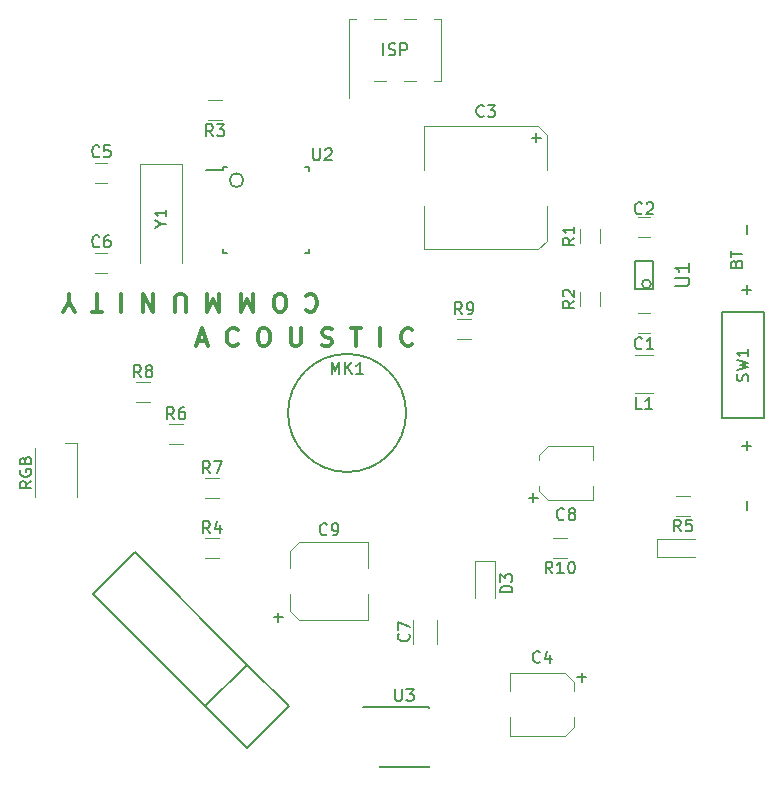
<source format=gbr>
G04 #@! TF.FileFunction,Legend,Top*
%FSLAX46Y46*%
G04 Gerber Fmt 4.6, Leading zero omitted, Abs format (unit mm)*
G04 Created by KiCad (PCBNEW 4.0.7) date 07/15/18 17:53:39*
%MOMM*%
%LPD*%
G01*
G04 APERTURE LIST*
%ADD10C,0.100000*%
%ADD11C,0.300000*%
%ADD12C,0.150000*%
%ADD13C,0.200000*%
%ADD14C,0.120000*%
G04 APERTURE END LIST*
D10*
D11*
X132914572Y-96008000D02*
X133628858Y-96008000D01*
X132771715Y-96436571D02*
X133271715Y-94936571D01*
X133771715Y-96436571D01*
X136271715Y-96293714D02*
X136200286Y-96365143D01*
X135986000Y-96436571D01*
X135843143Y-96436571D01*
X135628858Y-96365143D01*
X135486000Y-96222286D01*
X135414572Y-96079429D01*
X135343143Y-95793714D01*
X135343143Y-95579429D01*
X135414572Y-95293714D01*
X135486000Y-95150857D01*
X135628858Y-95008000D01*
X135843143Y-94936571D01*
X135986000Y-94936571D01*
X136200286Y-95008000D01*
X136271715Y-95079429D01*
X138343143Y-94936571D02*
X138628857Y-94936571D01*
X138771715Y-95008000D01*
X138914572Y-95150857D01*
X138986000Y-95436571D01*
X138986000Y-95936571D01*
X138914572Y-96222286D01*
X138771715Y-96365143D01*
X138628857Y-96436571D01*
X138343143Y-96436571D01*
X138200286Y-96365143D01*
X138057429Y-96222286D01*
X137986000Y-95936571D01*
X137986000Y-95436571D01*
X138057429Y-95150857D01*
X138200286Y-95008000D01*
X138343143Y-94936571D01*
X140771715Y-94936571D02*
X140771715Y-96150857D01*
X140843143Y-96293714D01*
X140914572Y-96365143D01*
X141057429Y-96436571D01*
X141343143Y-96436571D01*
X141486001Y-96365143D01*
X141557429Y-96293714D01*
X141628858Y-96150857D01*
X141628858Y-94936571D01*
X143414572Y-96365143D02*
X143628858Y-96436571D01*
X143986001Y-96436571D01*
X144128858Y-96365143D01*
X144200287Y-96293714D01*
X144271715Y-96150857D01*
X144271715Y-96008000D01*
X144200287Y-95865143D01*
X144128858Y-95793714D01*
X143986001Y-95722286D01*
X143700287Y-95650857D01*
X143557429Y-95579429D01*
X143486001Y-95508000D01*
X143414572Y-95365143D01*
X143414572Y-95222286D01*
X143486001Y-95079429D01*
X143557429Y-95008000D01*
X143700287Y-94936571D01*
X144057429Y-94936571D01*
X144271715Y-95008000D01*
X145843143Y-94936571D02*
X146700286Y-94936571D01*
X146271715Y-96436571D02*
X146271715Y-94936571D01*
X148343143Y-96436571D02*
X148343143Y-94936571D01*
X151057429Y-96293714D02*
X150986000Y-96365143D01*
X150771714Y-96436571D01*
X150628857Y-96436571D01*
X150414572Y-96365143D01*
X150271714Y-96222286D01*
X150200286Y-96079429D01*
X150128857Y-95793714D01*
X150128857Y-95579429D01*
X150200286Y-95293714D01*
X150271714Y-95150857D01*
X150414572Y-95008000D01*
X150628857Y-94936571D01*
X150771714Y-94936571D01*
X150986000Y-95008000D01*
X151057429Y-95079429D01*
X142084000Y-92174286D02*
X142155429Y-92102857D01*
X142369715Y-92031429D01*
X142512572Y-92031429D01*
X142726857Y-92102857D01*
X142869715Y-92245714D01*
X142941143Y-92388571D01*
X143012572Y-92674286D01*
X143012572Y-92888571D01*
X142941143Y-93174286D01*
X142869715Y-93317143D01*
X142726857Y-93460000D01*
X142512572Y-93531429D01*
X142369715Y-93531429D01*
X142155429Y-93460000D01*
X142084000Y-93388571D01*
X140012572Y-93531429D02*
X139726858Y-93531429D01*
X139584000Y-93460000D01*
X139441143Y-93317143D01*
X139369715Y-93031429D01*
X139369715Y-92531429D01*
X139441143Y-92245714D01*
X139584000Y-92102857D01*
X139726858Y-92031429D01*
X140012572Y-92031429D01*
X140155429Y-92102857D01*
X140298286Y-92245714D01*
X140369715Y-92531429D01*
X140369715Y-93031429D01*
X140298286Y-93317143D01*
X140155429Y-93460000D01*
X140012572Y-93531429D01*
X137584000Y-92031429D02*
X137584000Y-93531429D01*
X137084000Y-92460000D01*
X136584000Y-93531429D01*
X136584000Y-92031429D01*
X134726857Y-92031429D02*
X134726857Y-93531429D01*
X134226857Y-92460000D01*
X133726857Y-93531429D01*
X133726857Y-92031429D01*
X131869714Y-93531429D02*
X131869714Y-92317143D01*
X131798286Y-92174286D01*
X131726857Y-92102857D01*
X131584000Y-92031429D01*
X131298286Y-92031429D01*
X131155428Y-92102857D01*
X131084000Y-92174286D01*
X131012571Y-92317143D01*
X131012571Y-93531429D01*
X129155428Y-92031429D02*
X129155428Y-93531429D01*
X128298285Y-92031429D01*
X128298285Y-93531429D01*
X126441142Y-92031429D02*
X126441142Y-93531429D01*
X124798285Y-93531429D02*
X123941142Y-93531429D01*
X124369713Y-92031429D02*
X124369713Y-93531429D01*
X122012571Y-92745714D02*
X122012571Y-92031429D01*
X122512571Y-93531429D02*
X122012571Y-92745714D01*
X121512571Y-93531429D01*
D12*
X140630407Y-126948834D02*
X137094873Y-123413300D01*
X137094873Y-130484368D02*
X140630407Y-126948834D01*
X133559339Y-126948834D02*
X137094873Y-130484368D01*
X137094873Y-123413300D02*
X127548932Y-113867359D01*
X133559339Y-126948834D02*
X137094873Y-123413300D01*
X124013398Y-117402893D02*
X133559339Y-126948834D01*
X127548932Y-113867359D02*
X124013398Y-117402893D01*
X136767631Y-82406000D02*
G75*
G03X136767631Y-82406000I-583631J0D01*
G01*
D13*
X135059000Y-81281000D02*
X135059000Y-81506000D01*
D12*
X142309000Y-81281000D02*
X142309000Y-81606000D01*
X142309000Y-88531000D02*
X142309000Y-88206000D01*
X135059000Y-88531000D02*
X135059000Y-88206000D01*
D13*
X135059000Y-81281000D02*
X135384000Y-81281000D01*
D12*
X135059000Y-88531000D02*
X135384000Y-88531000D01*
X142309000Y-88531000D02*
X141984000Y-88531000D01*
X142309000Y-81281000D02*
X141984000Y-81281000D01*
D13*
X135059000Y-81506000D02*
X133634000Y-81506000D01*
D14*
X171168000Y-93638000D02*
X170168000Y-93638000D01*
X170168000Y-95338000D02*
X171168000Y-95338000D01*
X171188000Y-85510000D02*
X170188000Y-85510000D01*
X170188000Y-87210000D02*
X171188000Y-87210000D01*
X159382000Y-129436000D02*
X159382000Y-127886000D01*
X159382000Y-124106000D02*
X159382000Y-125656000D01*
X164722000Y-124866000D02*
X164722000Y-125656000D01*
X164722000Y-128676000D02*
X164722000Y-127886000D01*
X159382000Y-129436000D02*
X163962000Y-129436000D01*
X163962000Y-129436000D02*
X164722000Y-128676000D01*
X164722000Y-124866000D02*
X163962000Y-124106000D01*
X163962000Y-124106000D02*
X159382000Y-124106000D01*
X124234000Y-82638000D02*
X125234000Y-82638000D01*
X125234000Y-80938000D02*
X124234000Y-80938000D01*
X124234000Y-90258000D02*
X125234000Y-90258000D01*
X125234000Y-88558000D02*
X124234000Y-88558000D01*
X151126000Y-119650000D02*
X151126000Y-121650000D01*
X153166000Y-121650000D02*
X153166000Y-119650000D01*
X161794000Y-105668000D02*
X161794000Y-106068000D01*
X166374000Y-104898000D02*
X166374000Y-106068000D01*
X166374000Y-109478000D02*
X166374000Y-108308000D01*
X161794000Y-108708000D02*
X161794000Y-108308000D01*
X162564000Y-109478000D02*
X166374000Y-109478000D01*
X162564000Y-109478000D02*
X161794000Y-108708000D01*
X162564000Y-104898000D02*
X166374000Y-104898000D01*
X162564000Y-104898000D02*
X161794000Y-105668000D01*
X147318000Y-119632000D02*
X147318000Y-117452000D01*
X147318000Y-113032000D02*
X147318000Y-115212000D01*
X140718000Y-118872000D02*
X140718000Y-117452000D01*
X140718000Y-113792000D02*
X140718000Y-115212000D01*
X147318000Y-119632000D02*
X141478000Y-119632000D01*
X141478000Y-119632000D02*
X140718000Y-118872000D01*
X140718000Y-113792000D02*
X141478000Y-113032000D01*
X141478000Y-113032000D02*
X147318000Y-113032000D01*
X174990000Y-114288000D02*
X171790000Y-114288000D01*
X171790000Y-112788000D02*
X174990000Y-112788000D01*
X171790000Y-112788000D02*
X171790000Y-114288000D01*
X171488000Y-97206000D02*
X169888000Y-97206000D01*
X171488000Y-100406000D02*
X169888000Y-100406000D01*
X165236000Y-87722000D02*
X165236000Y-86522000D01*
X166996000Y-86522000D02*
X166996000Y-87722000D01*
X165236000Y-93056000D02*
X165236000Y-91856000D01*
X166996000Y-91856000D02*
X166996000Y-93056000D01*
X134966000Y-77334000D02*
X133766000Y-77334000D01*
X133766000Y-75574000D02*
X134966000Y-75574000D01*
X134712000Y-114418000D02*
X133512000Y-114418000D01*
X133512000Y-112658000D02*
X134712000Y-112658000D01*
X173390000Y-109102000D02*
X174590000Y-109102000D01*
X174590000Y-110862000D02*
X173390000Y-110862000D01*
X131664000Y-104766000D02*
X130464000Y-104766000D01*
X130464000Y-103006000D02*
X131664000Y-103006000D01*
X134712000Y-109338000D02*
X133512000Y-109338000D01*
X133512000Y-107578000D02*
X134712000Y-107578000D01*
X128870000Y-101210000D02*
X127670000Y-101210000D01*
X127670000Y-99450000D02*
X128870000Y-99450000D01*
X156048000Y-95876000D02*
X154848000Y-95876000D01*
X154848000Y-94116000D02*
X156048000Y-94116000D01*
X162976000Y-112658000D02*
X164176000Y-112658000D01*
X164176000Y-114418000D02*
X162976000Y-114418000D01*
D12*
X177270000Y-93544000D02*
X180870000Y-93544000D01*
X180870000Y-102544000D02*
X177270000Y-102544000D01*
X177270000Y-102544000D02*
X177270000Y-93544000D01*
X180870000Y-102544000D02*
X180870000Y-93544000D01*
D14*
X162500000Y-87508000D02*
X162500000Y-84618000D01*
X162500000Y-78608000D02*
X162500000Y-81498000D01*
X152080000Y-77848000D02*
X152080000Y-81498000D01*
X152080000Y-88268000D02*
X152080000Y-84618000D01*
X152080000Y-77848000D02*
X161740000Y-77848000D01*
X161740000Y-77848000D02*
X162500000Y-78608000D01*
X162500000Y-87508000D02*
X161740000Y-88268000D01*
X161740000Y-88268000D02*
X152080000Y-88268000D01*
D12*
X169938000Y-91624000D02*
X171438000Y-91624000D01*
X169938000Y-89224000D02*
X171438000Y-89224000D01*
X171263832Y-91199832D02*
G75*
G03X171263832Y-91199832I-375832J0D01*
G01*
X169938000Y-91624000D02*
X169938000Y-89249000D01*
X171438000Y-89224000D02*
X171438000Y-91624000D01*
D14*
X131594000Y-89373000D02*
X131594000Y-81048000D01*
X131594000Y-81048000D02*
X127994000Y-81048000D01*
X127994000Y-81048000D02*
X127994000Y-89373000D01*
X158076000Y-114666000D02*
X156376000Y-114666000D01*
X156376000Y-114666000D02*
X156376000Y-117816000D01*
X158076000Y-114666000D02*
X158076000Y-117816000D01*
D12*
X148293000Y-126965000D02*
X148293000Y-127015000D01*
X152443000Y-126965000D02*
X152443000Y-127110000D01*
X152443000Y-132115000D02*
X152443000Y-131970000D01*
X148293000Y-132115000D02*
X148293000Y-131970000D01*
X148293000Y-126965000D02*
X152443000Y-126965000D01*
X148293000Y-132115000D02*
X152443000Y-132115000D01*
X148293000Y-127015000D02*
X146893000Y-127015000D01*
D14*
X145736000Y-73974000D02*
X145736000Y-68774000D01*
X153476000Y-73974000D02*
X153476000Y-68774000D01*
X145736000Y-75414000D02*
X145736000Y-73974000D01*
X145736000Y-68774000D02*
X146306000Y-68774000D01*
X152906000Y-73974000D02*
X153476000Y-73974000D01*
X152906000Y-68774000D02*
X153476000Y-68774000D01*
X147826000Y-73974000D02*
X148846000Y-73974000D01*
X147826000Y-68774000D02*
X148846000Y-68774000D01*
X150366000Y-73974000D02*
X151386000Y-73974000D01*
X150366000Y-68774000D02*
X151386000Y-68774000D01*
X119104000Y-109188000D02*
X119104000Y-105038000D01*
X122704000Y-109188000D02*
X122704000Y-104638000D01*
X122704000Y-104638000D02*
X121704000Y-104638000D01*
D12*
X150542250Y-102108000D02*
G75*
G03X150542250Y-102108000I-5000250J0D01*
G01*
X142680095Y-79716381D02*
X142680095Y-80525905D01*
X142727714Y-80621143D01*
X142775333Y-80668762D01*
X142870571Y-80716381D01*
X143061048Y-80716381D01*
X143156286Y-80668762D01*
X143203905Y-80621143D01*
X143251524Y-80525905D01*
X143251524Y-79716381D01*
X143680095Y-79811619D02*
X143727714Y-79764000D01*
X143822952Y-79716381D01*
X144061048Y-79716381D01*
X144156286Y-79764000D01*
X144203905Y-79811619D01*
X144251524Y-79906857D01*
X144251524Y-80002095D01*
X144203905Y-80144952D01*
X143632476Y-80716381D01*
X144251524Y-80716381D01*
X170521334Y-96623143D02*
X170473715Y-96670762D01*
X170330858Y-96718381D01*
X170235620Y-96718381D01*
X170092762Y-96670762D01*
X169997524Y-96575524D01*
X169949905Y-96480286D01*
X169902286Y-96289810D01*
X169902286Y-96146952D01*
X169949905Y-95956476D01*
X169997524Y-95861238D01*
X170092762Y-95766000D01*
X170235620Y-95718381D01*
X170330858Y-95718381D01*
X170473715Y-95766000D01*
X170521334Y-95813619D01*
X171473715Y-96718381D02*
X170902286Y-96718381D01*
X171188000Y-96718381D02*
X171188000Y-95718381D01*
X171092762Y-95861238D01*
X170997524Y-95956476D01*
X170902286Y-96004095D01*
X170521334Y-85193143D02*
X170473715Y-85240762D01*
X170330858Y-85288381D01*
X170235620Y-85288381D01*
X170092762Y-85240762D01*
X169997524Y-85145524D01*
X169949905Y-85050286D01*
X169902286Y-84859810D01*
X169902286Y-84716952D01*
X169949905Y-84526476D01*
X169997524Y-84431238D01*
X170092762Y-84336000D01*
X170235620Y-84288381D01*
X170330858Y-84288381D01*
X170473715Y-84336000D01*
X170521334Y-84383619D01*
X170902286Y-84383619D02*
X170949905Y-84336000D01*
X171045143Y-84288381D01*
X171283239Y-84288381D01*
X171378477Y-84336000D01*
X171426096Y-84383619D01*
X171473715Y-84478857D01*
X171473715Y-84574095D01*
X171426096Y-84716952D01*
X170854667Y-85288381D01*
X171473715Y-85288381D01*
X161885334Y-123183143D02*
X161837715Y-123230762D01*
X161694858Y-123278381D01*
X161599620Y-123278381D01*
X161456762Y-123230762D01*
X161361524Y-123135524D01*
X161313905Y-123040286D01*
X161266286Y-122849810D01*
X161266286Y-122706952D01*
X161313905Y-122516476D01*
X161361524Y-122421238D01*
X161456762Y-122326000D01*
X161599620Y-122278381D01*
X161694858Y-122278381D01*
X161837715Y-122326000D01*
X161885334Y-122373619D01*
X162742477Y-122611714D02*
X162742477Y-123278381D01*
X162504381Y-122230762D02*
X162266286Y-122945048D01*
X162885334Y-122945048D01*
X165051048Y-124477429D02*
X165812953Y-124477429D01*
X165432001Y-124858381D02*
X165432001Y-124096476D01*
X124567334Y-80367143D02*
X124519715Y-80414762D01*
X124376858Y-80462381D01*
X124281620Y-80462381D01*
X124138762Y-80414762D01*
X124043524Y-80319524D01*
X123995905Y-80224286D01*
X123948286Y-80033810D01*
X123948286Y-79890952D01*
X123995905Y-79700476D01*
X124043524Y-79605238D01*
X124138762Y-79510000D01*
X124281620Y-79462381D01*
X124376858Y-79462381D01*
X124519715Y-79510000D01*
X124567334Y-79557619D01*
X125472096Y-79462381D02*
X124995905Y-79462381D01*
X124948286Y-79938571D01*
X124995905Y-79890952D01*
X125091143Y-79843333D01*
X125329239Y-79843333D01*
X125424477Y-79890952D01*
X125472096Y-79938571D01*
X125519715Y-80033810D01*
X125519715Y-80271905D01*
X125472096Y-80367143D01*
X125424477Y-80414762D01*
X125329239Y-80462381D01*
X125091143Y-80462381D01*
X124995905Y-80414762D01*
X124948286Y-80367143D01*
X124567334Y-87987143D02*
X124519715Y-88034762D01*
X124376858Y-88082381D01*
X124281620Y-88082381D01*
X124138762Y-88034762D01*
X124043524Y-87939524D01*
X123995905Y-87844286D01*
X123948286Y-87653810D01*
X123948286Y-87510952D01*
X123995905Y-87320476D01*
X124043524Y-87225238D01*
X124138762Y-87130000D01*
X124281620Y-87082381D01*
X124376858Y-87082381D01*
X124519715Y-87130000D01*
X124567334Y-87177619D01*
X125424477Y-87082381D02*
X125234000Y-87082381D01*
X125138762Y-87130000D01*
X125091143Y-87177619D01*
X124995905Y-87320476D01*
X124948286Y-87510952D01*
X124948286Y-87891905D01*
X124995905Y-87987143D01*
X125043524Y-88034762D01*
X125138762Y-88082381D01*
X125329239Y-88082381D01*
X125424477Y-88034762D01*
X125472096Y-87987143D01*
X125519715Y-87891905D01*
X125519715Y-87653810D01*
X125472096Y-87558571D01*
X125424477Y-87510952D01*
X125329239Y-87463333D01*
X125138762Y-87463333D01*
X125043524Y-87510952D01*
X124995905Y-87558571D01*
X124948286Y-87653810D01*
X150753143Y-120816666D02*
X150800762Y-120864285D01*
X150848381Y-121007142D01*
X150848381Y-121102380D01*
X150800762Y-121245238D01*
X150705524Y-121340476D01*
X150610286Y-121388095D01*
X150419810Y-121435714D01*
X150276952Y-121435714D01*
X150086476Y-121388095D01*
X149991238Y-121340476D01*
X149896000Y-121245238D01*
X149848381Y-121102380D01*
X149848381Y-121007142D01*
X149896000Y-120864285D01*
X149943619Y-120816666D01*
X149848381Y-120483333D02*
X149848381Y-119816666D01*
X150848381Y-120245238D01*
X163917334Y-111085143D02*
X163869715Y-111132762D01*
X163726858Y-111180381D01*
X163631620Y-111180381D01*
X163488762Y-111132762D01*
X163393524Y-111037524D01*
X163345905Y-110942286D01*
X163298286Y-110751810D01*
X163298286Y-110608952D01*
X163345905Y-110418476D01*
X163393524Y-110323238D01*
X163488762Y-110228000D01*
X163631620Y-110180381D01*
X163726858Y-110180381D01*
X163869715Y-110228000D01*
X163917334Y-110275619D01*
X164488762Y-110608952D02*
X164393524Y-110561333D01*
X164345905Y-110513714D01*
X164298286Y-110418476D01*
X164298286Y-110370857D01*
X164345905Y-110275619D01*
X164393524Y-110228000D01*
X164488762Y-110180381D01*
X164679239Y-110180381D01*
X164774477Y-110228000D01*
X164822096Y-110275619D01*
X164869715Y-110370857D01*
X164869715Y-110418476D01*
X164822096Y-110513714D01*
X164774477Y-110561333D01*
X164679239Y-110608952D01*
X164488762Y-110608952D01*
X164393524Y-110656571D01*
X164345905Y-110704190D01*
X164298286Y-110799429D01*
X164298286Y-110989905D01*
X164345905Y-111085143D01*
X164393524Y-111132762D01*
X164488762Y-111180381D01*
X164679239Y-111180381D01*
X164774477Y-111132762D01*
X164822096Y-111085143D01*
X164869715Y-110989905D01*
X164869715Y-110799429D01*
X164822096Y-110704190D01*
X164774477Y-110656571D01*
X164679239Y-110608952D01*
X160933048Y-109269429D02*
X161694953Y-109269429D01*
X161314001Y-109650381D02*
X161314001Y-108888476D01*
X143851334Y-112371143D02*
X143803715Y-112418762D01*
X143660858Y-112466381D01*
X143565620Y-112466381D01*
X143422762Y-112418762D01*
X143327524Y-112323524D01*
X143279905Y-112228286D01*
X143232286Y-112037810D01*
X143232286Y-111894952D01*
X143279905Y-111704476D01*
X143327524Y-111609238D01*
X143422762Y-111514000D01*
X143565620Y-111466381D01*
X143660858Y-111466381D01*
X143803715Y-111514000D01*
X143851334Y-111561619D01*
X144327524Y-112466381D02*
X144518000Y-112466381D01*
X144613239Y-112418762D01*
X144660858Y-112371143D01*
X144756096Y-112228286D01*
X144803715Y-112037810D01*
X144803715Y-111656857D01*
X144756096Y-111561619D01*
X144708477Y-111514000D01*
X144613239Y-111466381D01*
X144422762Y-111466381D01*
X144327524Y-111514000D01*
X144279905Y-111561619D01*
X144232286Y-111656857D01*
X144232286Y-111894952D01*
X144279905Y-111990190D01*
X144327524Y-112037810D01*
X144422762Y-112085429D01*
X144613239Y-112085429D01*
X144708477Y-112037810D01*
X144756096Y-111990190D01*
X144803715Y-111894952D01*
X139357048Y-119413429D02*
X140118953Y-119413429D01*
X139738001Y-119794381D02*
X139738001Y-119032476D01*
X170521334Y-101798381D02*
X170045143Y-101798381D01*
X170045143Y-100798381D01*
X171378477Y-101798381D02*
X170807048Y-101798381D01*
X171092762Y-101798381D02*
X171092762Y-100798381D01*
X170997524Y-100941238D01*
X170902286Y-101036476D01*
X170807048Y-101084095D01*
X164790381Y-87288666D02*
X164314190Y-87622000D01*
X164790381Y-87860095D02*
X163790381Y-87860095D01*
X163790381Y-87479142D01*
X163838000Y-87383904D01*
X163885619Y-87336285D01*
X163980857Y-87288666D01*
X164123714Y-87288666D01*
X164218952Y-87336285D01*
X164266571Y-87383904D01*
X164314190Y-87479142D01*
X164314190Y-87860095D01*
X164790381Y-86336285D02*
X164790381Y-86907714D01*
X164790381Y-86622000D02*
X163790381Y-86622000D01*
X163933238Y-86717238D01*
X164028476Y-86812476D01*
X164076095Y-86907714D01*
X164790381Y-92622666D02*
X164314190Y-92956000D01*
X164790381Y-93194095D02*
X163790381Y-93194095D01*
X163790381Y-92813142D01*
X163838000Y-92717904D01*
X163885619Y-92670285D01*
X163980857Y-92622666D01*
X164123714Y-92622666D01*
X164218952Y-92670285D01*
X164266571Y-92717904D01*
X164314190Y-92813142D01*
X164314190Y-93194095D01*
X163885619Y-92241714D02*
X163838000Y-92194095D01*
X163790381Y-92098857D01*
X163790381Y-91860761D01*
X163838000Y-91765523D01*
X163885619Y-91717904D01*
X163980857Y-91670285D01*
X164076095Y-91670285D01*
X164218952Y-91717904D01*
X164790381Y-92289333D01*
X164790381Y-91670285D01*
X134199334Y-78684381D02*
X133866000Y-78208190D01*
X133627905Y-78684381D02*
X133627905Y-77684381D01*
X134008858Y-77684381D01*
X134104096Y-77732000D01*
X134151715Y-77779619D01*
X134199334Y-77874857D01*
X134199334Y-78017714D01*
X134151715Y-78112952D01*
X134104096Y-78160571D01*
X134008858Y-78208190D01*
X133627905Y-78208190D01*
X134532667Y-77684381D02*
X135151715Y-77684381D01*
X134818381Y-78065333D01*
X134961239Y-78065333D01*
X135056477Y-78112952D01*
X135104096Y-78160571D01*
X135151715Y-78255810D01*
X135151715Y-78493905D01*
X135104096Y-78589143D01*
X135056477Y-78636762D01*
X134961239Y-78684381D01*
X134675524Y-78684381D01*
X134580286Y-78636762D01*
X134532667Y-78589143D01*
X133945334Y-112290381D02*
X133612000Y-111814190D01*
X133373905Y-112290381D02*
X133373905Y-111290381D01*
X133754858Y-111290381D01*
X133850096Y-111338000D01*
X133897715Y-111385619D01*
X133945334Y-111480857D01*
X133945334Y-111623714D01*
X133897715Y-111718952D01*
X133850096Y-111766571D01*
X133754858Y-111814190D01*
X133373905Y-111814190D01*
X134802477Y-111623714D02*
X134802477Y-112290381D01*
X134564381Y-111242762D02*
X134326286Y-111957048D01*
X134945334Y-111957048D01*
X173823334Y-112134381D02*
X173490000Y-111658190D01*
X173251905Y-112134381D02*
X173251905Y-111134381D01*
X173632858Y-111134381D01*
X173728096Y-111182000D01*
X173775715Y-111229619D01*
X173823334Y-111324857D01*
X173823334Y-111467714D01*
X173775715Y-111562952D01*
X173728096Y-111610571D01*
X173632858Y-111658190D01*
X173251905Y-111658190D01*
X174728096Y-111134381D02*
X174251905Y-111134381D01*
X174204286Y-111610571D01*
X174251905Y-111562952D01*
X174347143Y-111515333D01*
X174585239Y-111515333D01*
X174680477Y-111562952D01*
X174728096Y-111610571D01*
X174775715Y-111705810D01*
X174775715Y-111943905D01*
X174728096Y-112039143D01*
X174680477Y-112086762D01*
X174585239Y-112134381D01*
X174347143Y-112134381D01*
X174251905Y-112086762D01*
X174204286Y-112039143D01*
X130897334Y-102638381D02*
X130564000Y-102162190D01*
X130325905Y-102638381D02*
X130325905Y-101638381D01*
X130706858Y-101638381D01*
X130802096Y-101686000D01*
X130849715Y-101733619D01*
X130897334Y-101828857D01*
X130897334Y-101971714D01*
X130849715Y-102066952D01*
X130802096Y-102114571D01*
X130706858Y-102162190D01*
X130325905Y-102162190D01*
X131754477Y-101638381D02*
X131564000Y-101638381D01*
X131468762Y-101686000D01*
X131421143Y-101733619D01*
X131325905Y-101876476D01*
X131278286Y-102066952D01*
X131278286Y-102447905D01*
X131325905Y-102543143D01*
X131373524Y-102590762D01*
X131468762Y-102638381D01*
X131659239Y-102638381D01*
X131754477Y-102590762D01*
X131802096Y-102543143D01*
X131849715Y-102447905D01*
X131849715Y-102209810D01*
X131802096Y-102114571D01*
X131754477Y-102066952D01*
X131659239Y-102019333D01*
X131468762Y-102019333D01*
X131373524Y-102066952D01*
X131325905Y-102114571D01*
X131278286Y-102209810D01*
X133945334Y-107210381D02*
X133612000Y-106734190D01*
X133373905Y-107210381D02*
X133373905Y-106210381D01*
X133754858Y-106210381D01*
X133850096Y-106258000D01*
X133897715Y-106305619D01*
X133945334Y-106400857D01*
X133945334Y-106543714D01*
X133897715Y-106638952D01*
X133850096Y-106686571D01*
X133754858Y-106734190D01*
X133373905Y-106734190D01*
X134278667Y-106210381D02*
X134945334Y-106210381D01*
X134516762Y-107210381D01*
X128103334Y-99082381D02*
X127770000Y-98606190D01*
X127531905Y-99082381D02*
X127531905Y-98082381D01*
X127912858Y-98082381D01*
X128008096Y-98130000D01*
X128055715Y-98177619D01*
X128103334Y-98272857D01*
X128103334Y-98415714D01*
X128055715Y-98510952D01*
X128008096Y-98558571D01*
X127912858Y-98606190D01*
X127531905Y-98606190D01*
X128674762Y-98510952D02*
X128579524Y-98463333D01*
X128531905Y-98415714D01*
X128484286Y-98320476D01*
X128484286Y-98272857D01*
X128531905Y-98177619D01*
X128579524Y-98130000D01*
X128674762Y-98082381D01*
X128865239Y-98082381D01*
X128960477Y-98130000D01*
X129008096Y-98177619D01*
X129055715Y-98272857D01*
X129055715Y-98320476D01*
X129008096Y-98415714D01*
X128960477Y-98463333D01*
X128865239Y-98510952D01*
X128674762Y-98510952D01*
X128579524Y-98558571D01*
X128531905Y-98606190D01*
X128484286Y-98701429D01*
X128484286Y-98891905D01*
X128531905Y-98987143D01*
X128579524Y-99034762D01*
X128674762Y-99082381D01*
X128865239Y-99082381D01*
X128960477Y-99034762D01*
X129008096Y-98987143D01*
X129055715Y-98891905D01*
X129055715Y-98701429D01*
X129008096Y-98606190D01*
X128960477Y-98558571D01*
X128865239Y-98510952D01*
X155281334Y-93748381D02*
X154948000Y-93272190D01*
X154709905Y-93748381D02*
X154709905Y-92748381D01*
X155090858Y-92748381D01*
X155186096Y-92796000D01*
X155233715Y-92843619D01*
X155281334Y-92938857D01*
X155281334Y-93081714D01*
X155233715Y-93176952D01*
X155186096Y-93224571D01*
X155090858Y-93272190D01*
X154709905Y-93272190D01*
X155757524Y-93748381D02*
X155948000Y-93748381D01*
X156043239Y-93700762D01*
X156090858Y-93653143D01*
X156186096Y-93510286D01*
X156233715Y-93319810D01*
X156233715Y-92938857D01*
X156186096Y-92843619D01*
X156138477Y-92796000D01*
X156043239Y-92748381D01*
X155852762Y-92748381D01*
X155757524Y-92796000D01*
X155709905Y-92843619D01*
X155662286Y-92938857D01*
X155662286Y-93176952D01*
X155709905Y-93272190D01*
X155757524Y-93319810D01*
X155852762Y-93367429D01*
X156043239Y-93367429D01*
X156138477Y-93319810D01*
X156186096Y-93272190D01*
X156233715Y-93176952D01*
X162933143Y-115690381D02*
X162599809Y-115214190D01*
X162361714Y-115690381D02*
X162361714Y-114690381D01*
X162742667Y-114690381D01*
X162837905Y-114738000D01*
X162885524Y-114785619D01*
X162933143Y-114880857D01*
X162933143Y-115023714D01*
X162885524Y-115118952D01*
X162837905Y-115166571D01*
X162742667Y-115214190D01*
X162361714Y-115214190D01*
X163885524Y-115690381D02*
X163314095Y-115690381D01*
X163599809Y-115690381D02*
X163599809Y-114690381D01*
X163504571Y-114833238D01*
X163409333Y-114928476D01*
X163314095Y-114976095D01*
X164504571Y-114690381D02*
X164599810Y-114690381D01*
X164695048Y-114738000D01*
X164742667Y-114785619D01*
X164790286Y-114880857D01*
X164837905Y-115071333D01*
X164837905Y-115309429D01*
X164790286Y-115499905D01*
X164742667Y-115595143D01*
X164695048Y-115642762D01*
X164599810Y-115690381D01*
X164504571Y-115690381D01*
X164409333Y-115642762D01*
X164361714Y-115595143D01*
X164314095Y-115499905D01*
X164266476Y-115309429D01*
X164266476Y-115071333D01*
X164314095Y-114880857D01*
X164361714Y-114785619D01*
X164409333Y-114738000D01*
X164504571Y-114690381D01*
X179474762Y-99377333D02*
X179522381Y-99234476D01*
X179522381Y-98996380D01*
X179474762Y-98901142D01*
X179427143Y-98853523D01*
X179331905Y-98805904D01*
X179236667Y-98805904D01*
X179141429Y-98853523D01*
X179093810Y-98901142D01*
X179046190Y-98996380D01*
X178998571Y-99186857D01*
X178950952Y-99282095D01*
X178903333Y-99329714D01*
X178808095Y-99377333D01*
X178712857Y-99377333D01*
X178617619Y-99329714D01*
X178570000Y-99282095D01*
X178522381Y-99186857D01*
X178522381Y-98948761D01*
X178570000Y-98805904D01*
X178522381Y-98472571D02*
X179522381Y-98234476D01*
X178808095Y-98043999D01*
X179522381Y-97853523D01*
X178522381Y-97615428D01*
X179522381Y-96710666D02*
X179522381Y-97282095D01*
X179522381Y-96996381D02*
X178522381Y-96996381D01*
X178665238Y-97091619D01*
X178760476Y-97186857D01*
X178808095Y-97282095D01*
X157123334Y-76955143D02*
X157075715Y-77002762D01*
X156932858Y-77050381D01*
X156837620Y-77050381D01*
X156694762Y-77002762D01*
X156599524Y-76907524D01*
X156551905Y-76812286D01*
X156504286Y-76621810D01*
X156504286Y-76478952D01*
X156551905Y-76288476D01*
X156599524Y-76193238D01*
X156694762Y-76098000D01*
X156837620Y-76050381D01*
X156932858Y-76050381D01*
X157075715Y-76098000D01*
X157123334Y-76145619D01*
X157456667Y-76050381D02*
X158075715Y-76050381D01*
X157742381Y-76431333D01*
X157885239Y-76431333D01*
X157980477Y-76478952D01*
X158028096Y-76526571D01*
X158075715Y-76621810D01*
X158075715Y-76859905D01*
X158028096Y-76955143D01*
X157980477Y-77002762D01*
X157885239Y-77050381D01*
X157599524Y-77050381D01*
X157504286Y-77002762D01*
X157456667Y-76955143D01*
X161163048Y-78811429D02*
X161924953Y-78811429D01*
X161544001Y-79192381D02*
X161544001Y-78430476D01*
X173332857Y-91338286D02*
X174304286Y-91338286D01*
X174418571Y-91281143D01*
X174475714Y-91224000D01*
X174532857Y-91109714D01*
X174532857Y-90881143D01*
X174475714Y-90766857D01*
X174418571Y-90709714D01*
X174304286Y-90652571D01*
X173332857Y-90652571D01*
X174532857Y-89452571D02*
X174532857Y-90138286D01*
X174532857Y-89795428D02*
X173332857Y-89795428D01*
X173504286Y-89909714D01*
X173618571Y-90024000D01*
X173675714Y-90138286D01*
X129770190Y-86074191D02*
X130246381Y-86074191D01*
X129246381Y-86407524D02*
X129770190Y-86074191D01*
X129246381Y-85740857D01*
X130246381Y-84883714D02*
X130246381Y-85455143D01*
X130246381Y-85169429D02*
X129246381Y-85169429D01*
X129389238Y-85264667D01*
X129484476Y-85359905D01*
X129532095Y-85455143D01*
X159528381Y-117304095D02*
X158528381Y-117304095D01*
X158528381Y-117066000D01*
X158576000Y-116923142D01*
X158671238Y-116827904D01*
X158766476Y-116780285D01*
X158956952Y-116732666D01*
X159099810Y-116732666D01*
X159290286Y-116780285D01*
X159385524Y-116827904D01*
X159480762Y-116923142D01*
X159528381Y-117066000D01*
X159528381Y-117304095D01*
X158528381Y-116399333D02*
X158528381Y-115780285D01*
X158909333Y-116113619D01*
X158909333Y-115970761D01*
X158956952Y-115875523D01*
X159004571Y-115827904D01*
X159099810Y-115780285D01*
X159337905Y-115780285D01*
X159433143Y-115827904D01*
X159480762Y-115875523D01*
X159528381Y-115970761D01*
X159528381Y-116256476D01*
X159480762Y-116351714D01*
X159433143Y-116399333D01*
X149606095Y-125492381D02*
X149606095Y-126301905D01*
X149653714Y-126397143D01*
X149701333Y-126444762D01*
X149796571Y-126492381D01*
X149987048Y-126492381D01*
X150082286Y-126444762D01*
X150129905Y-126397143D01*
X150177524Y-126301905D01*
X150177524Y-125492381D01*
X150558476Y-125492381D02*
X151177524Y-125492381D01*
X150844190Y-125873333D01*
X150987048Y-125873333D01*
X151082286Y-125920952D01*
X151129905Y-125968571D01*
X151177524Y-126063810D01*
X151177524Y-126301905D01*
X151129905Y-126397143D01*
X151082286Y-126444762D01*
X150987048Y-126492381D01*
X150701333Y-126492381D01*
X150606095Y-126444762D01*
X150558476Y-126397143D01*
X179395429Y-110362952D02*
X179395429Y-109601047D01*
X179395429Y-105282952D02*
X179395429Y-104521047D01*
X179776381Y-104901999D02*
X179014476Y-104901999D01*
X179395429Y-86959952D02*
X179395429Y-86198047D01*
X179395429Y-92074952D02*
X179395429Y-91313047D01*
X179776381Y-91693999D02*
X179014476Y-91693999D01*
X148629810Y-71826381D02*
X148629810Y-70826381D01*
X149058381Y-71778762D02*
X149201238Y-71826381D01*
X149439334Y-71826381D01*
X149534572Y-71778762D01*
X149582191Y-71731143D01*
X149629810Y-71635905D01*
X149629810Y-71540667D01*
X149582191Y-71445429D01*
X149534572Y-71397810D01*
X149439334Y-71350190D01*
X149248857Y-71302571D01*
X149153619Y-71254952D01*
X149106000Y-71207333D01*
X149058381Y-71112095D01*
X149058381Y-71016857D01*
X149106000Y-70921619D01*
X149153619Y-70874000D01*
X149248857Y-70826381D01*
X149486953Y-70826381D01*
X149629810Y-70874000D01*
X150058381Y-71826381D02*
X150058381Y-70826381D01*
X150439334Y-70826381D01*
X150534572Y-70874000D01*
X150582191Y-70921619D01*
X150629810Y-71016857D01*
X150629810Y-71159714D01*
X150582191Y-71254952D01*
X150534572Y-71302571D01*
X150439334Y-71350190D01*
X150058381Y-71350190D01*
X118816381Y-107878476D02*
X118340190Y-108211810D01*
X118816381Y-108449905D02*
X117816381Y-108449905D01*
X117816381Y-108068952D01*
X117864000Y-107973714D01*
X117911619Y-107926095D01*
X118006857Y-107878476D01*
X118149714Y-107878476D01*
X118244952Y-107926095D01*
X118292571Y-107973714D01*
X118340190Y-108068952D01*
X118340190Y-108449905D01*
X117864000Y-106926095D02*
X117816381Y-107021333D01*
X117816381Y-107164190D01*
X117864000Y-107307048D01*
X117959238Y-107402286D01*
X118054476Y-107449905D01*
X118244952Y-107497524D01*
X118387810Y-107497524D01*
X118578286Y-107449905D01*
X118673524Y-107402286D01*
X118768762Y-107307048D01*
X118816381Y-107164190D01*
X118816381Y-107068952D01*
X118768762Y-106926095D01*
X118721143Y-106878476D01*
X118387810Y-106878476D01*
X118387810Y-107068952D01*
X118292571Y-106116571D02*
X118340190Y-105973714D01*
X118387810Y-105926095D01*
X118483048Y-105878476D01*
X118625905Y-105878476D01*
X118721143Y-105926095D01*
X118768762Y-105973714D01*
X118816381Y-106068952D01*
X118816381Y-106449905D01*
X117816381Y-106449905D01*
X117816381Y-106116571D01*
X117864000Y-106021333D01*
X117911619Y-105973714D01*
X118006857Y-105926095D01*
X118102095Y-105926095D01*
X118197333Y-105973714D01*
X118244952Y-106021333D01*
X118292571Y-106116571D01*
X118292571Y-106449905D01*
X178490571Y-89463523D02*
X178538190Y-89320666D01*
X178585810Y-89273047D01*
X178681048Y-89225428D01*
X178823905Y-89225428D01*
X178919143Y-89273047D01*
X178966762Y-89320666D01*
X179014381Y-89415904D01*
X179014381Y-89796857D01*
X178014381Y-89796857D01*
X178014381Y-89463523D01*
X178062000Y-89368285D01*
X178109619Y-89320666D01*
X178204857Y-89273047D01*
X178300095Y-89273047D01*
X178395333Y-89320666D01*
X178442952Y-89368285D01*
X178490571Y-89463523D01*
X178490571Y-89796857D01*
X178014381Y-88939714D02*
X178014381Y-88368285D01*
X179014381Y-88654000D02*
X178014381Y-88654000D01*
X144231944Y-98819459D02*
X144231944Y-97819459D01*
X144565278Y-98533745D01*
X144898611Y-97819459D01*
X144898611Y-98819459D01*
X145374801Y-98819459D02*
X145374801Y-97819459D01*
X145946230Y-98819459D02*
X145517658Y-98248030D01*
X145946230Y-97819459D02*
X145374801Y-98390888D01*
X146898611Y-98819459D02*
X146327182Y-98819459D01*
X146612896Y-98819459D02*
X146612896Y-97819459D01*
X146517658Y-97962316D01*
X146422420Y-98057554D01*
X146327182Y-98105173D01*
M02*

</source>
